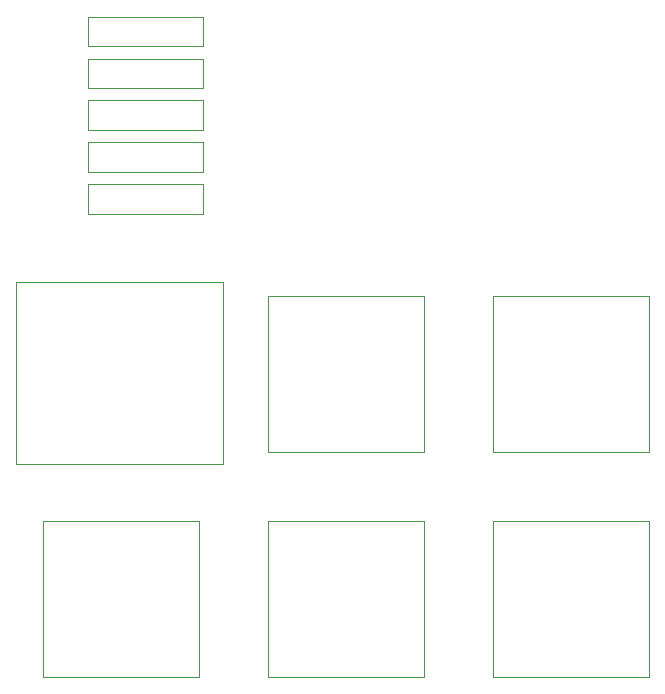
<source format=gbr>
%TF.GenerationSoftware,KiCad,Pcbnew,9.0.6*%
%TF.CreationDate,2026-01-21T21:50:30-06:00*%
%TF.ProjectId,test test,74657374-2074-4657-9374-2e6b69636164,rev?*%
%TF.SameCoordinates,Original*%
%TF.FileFunction,Other,User*%
%FSLAX46Y46*%
G04 Gerber Fmt 4.6, Leading zero omitted, Abs format (unit mm)*
G04 Created by KiCad (PCBNEW 9.0.6) date 2026-01-21 21:50:30*
%MOMM*%
%LPD*%
G01*
G04 APERTURE LIST*
%ADD10C,0.050000*%
G04 APERTURE END LIST*
%TO.C,D5*%
D10*
X71050000Y-62550000D02*
X80770000Y-62550000D01*
X80770000Y-65050000D01*
X71050000Y-65050000D01*
X71050000Y-62550000D01*
%TO.C,SW6*%
X64962500Y-77906200D02*
X64962500Y-93306200D01*
X64962500Y-77906200D02*
X82462500Y-77906200D01*
X82462500Y-93306200D02*
X64962500Y-93306200D01*
X82462500Y-93306200D02*
X82462500Y-77906200D01*
%TO.C,SW4*%
X105318800Y-98175000D02*
X118518800Y-98175000D01*
X105318800Y-111375000D02*
X105318800Y-98175000D01*
X118518800Y-98175000D02*
X118518800Y-111375000D01*
X118518800Y-111375000D02*
X105318800Y-111375000D01*
%TO.C,SW5*%
X67218800Y-98175000D02*
X80418800Y-98175000D01*
X67218800Y-111375000D02*
X67218800Y-98175000D01*
X80418800Y-98175000D02*
X80418800Y-111375000D01*
X80418800Y-111375000D02*
X67218800Y-111375000D01*
%TO.C,SW1*%
X86268800Y-79125000D02*
X99468800Y-79125000D01*
X86268800Y-92325000D02*
X86268800Y-79125000D01*
X99468800Y-79125000D02*
X99468800Y-92325000D01*
X99468800Y-92325000D02*
X86268800Y-92325000D01*
%TO.C,D6*%
X71050000Y-66100000D02*
X80770000Y-66100000D01*
X80770000Y-68600000D01*
X71050000Y-68600000D01*
X71050000Y-66100000D01*
%TO.C,D4*%
X71050000Y-59000000D02*
X80770000Y-59000000D01*
X80770000Y-61500000D01*
X71050000Y-61500000D01*
X71050000Y-59000000D01*
%TO.C,SW3*%
X86268800Y-98175000D02*
X99468800Y-98175000D01*
X86268800Y-111375000D02*
X86268800Y-98175000D01*
X99468800Y-98175000D02*
X99468800Y-111375000D01*
X99468800Y-111375000D02*
X86268800Y-111375000D01*
%TO.C,D7*%
X71050000Y-69650000D02*
X80770000Y-69650000D01*
X80770000Y-72150000D01*
X71050000Y-72150000D01*
X71050000Y-69650000D01*
%TO.C,SW2*%
X105318800Y-79125000D02*
X118518800Y-79125000D01*
X105318800Y-92325000D02*
X105318800Y-79125000D01*
X118518800Y-79125000D02*
X118518800Y-92325000D01*
X118518800Y-92325000D02*
X105318800Y-92325000D01*
%TO.C,D3*%
X71050000Y-55450000D02*
X80770000Y-55450000D01*
X80770000Y-57950000D01*
X71050000Y-57950000D01*
X71050000Y-55450000D01*
%TD*%
M02*

</source>
